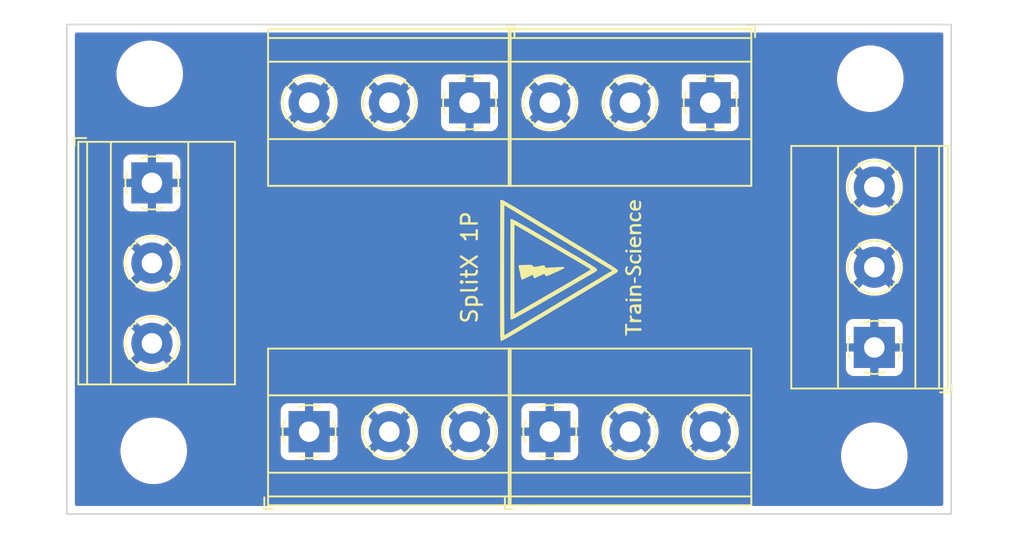
<source format=kicad_pcb>
(kicad_pcb (version 20211014) (generator pcbnew)
  (layers (0 "F.Cu" signal) (31 "B.Cu" signal) (34 "B.Paste" user) (35 "F.Paste" user) (36 "B.SilkS" user "B.Silkscreen") (37 "F.SilkS" user "F.Silkscreen") (38 "B.Mask" user) (39 "F.Mask" user) (44 "Edge.Cuts" user))
  (net 0 "")
  (net 1 "Net-(J1-Pad1)")
  (footprint "TerminalBlock_Phoenix:TerminalBlock_Phoenix_MKDS-1,5-3-5.08_1x03_P5.08mm_Horizontal" (layer "F.Cu") (at 121.383 97.531 -90)
    (fp_text reference "J5" hide)
    (fp_text value "Screw_Terminal_01x03")
    (fp_line (start 4.046 1.239) (end 4.011 1.274) (layer "F.SilkS") (width 0.12))
    (fp_line (start 6.355 -1.069) (end 6.308 -1.023) (layer "F.SilkS") (width 0.12))
    (fp_line (start 12.76 -5.261) (end 12.76 4.66) (layer "F.SilkS") (width 0.12))
    (fp_line (start 9.126 1.239) (end 9.091 1.274) (layer "F.SilkS") (width 0.12))
    (fp_line (start -2.6 2.6) (end 12.76 2.6) (layer "F.SilkS") (width 0.12))
    (fp_line (start -2.6 4.1) (end 12.76 4.1) (layer "F.SilkS") (width 0.12))
    (fp_line (start -2.6 -5.261) (end 12.76 -5.261) (layer "F.SilkS") (width 0.12))
    (fp_line (start -2.84 4.9) (end -2.34 4.9) (layer "F.SilkS") (width 0.12))
    (fp_line (start -2.6 4.66) (end 12.76 4.66) (layer "F.SilkS") (width 0.12))
    (fp_line (start 3.853 1.023) (end 3.806 1.069) (layer "F.SilkS") (width 0.12))
    (fp_line (start -2.6 -5.261) (end -2.6 4.66) (layer "F.SilkS") (width 0.12))
    (fp_line (start -2.84 4.16) (end -2.84 4.9) (layer "F.SilkS") (width 0.12))
    (fp_line (start -2.6 -2.301) (end 12.76 -2.301) (layer "F.SilkS") (width 0.12))
    (fp_line (start 8.933 1.023) (end 8.886 1.069) (layer "F.SilkS") (width 0.12))
    (fp_line (start 6.15 -1.275) (end 6.115 -1.239) (layer "F.SilkS") (width 0.12))
    (fp_line (start 11.23 -1.275) (end 11.195 -1.239) (layer "F.SilkS") (width 0.12))
    (fp_line (start 11.435 -1.069) (end 11.388 -1.023) (layer "F.SilkS") (width 0.12))
    (fp_arc (start 0.028805 1.680253) (mid -0.335551 1.646659) (end -0.684 1.535) (layer "F.SilkS") (width 0.12))
    (fp_arc (start 0.683318 1.534756) (mid 0.349292 1.643288) (end 0 1.68) (layer "F.SilkS") (width 0.12))
    (fp_arc (start -1.535427 0.683042) (mid -1.680501 -0.000524) (end -1.535 -0.684) (layer "F.SilkS") (width 0.12))
    (fp_arc (start 1.535427 -0.683042) (mid 1.680501 0.000524) (end 1.535 0.684) (layer "F.SilkS") (width 0.12))
    (fp_arc (start -0.683042 -1.535427) (mid 0.000524 -1.680501) (end 0.684 -1.535) (layer "F.SilkS") (width 0.12))
    (fp_circle (center 10.16 0) (end 11.84 0) (layer "F.SilkS") (width 0.12) (fill none))
    (fp_circle (center 5.08 0) (end 6.76 0) (layer "F.SilkS") (width 0.12) (fill none))
    (pad "1" thru_hole rect (at 0 0 270) (size 2.6 2.6) (drill 1.3) (layers *.Cu *.Mask) (net 1 "Net-(J1-Pad1)"))
    (pad "2" thru_hole circle (at 5.08 0 270) (size 2.6 2.6) (drill 1.3) (layers *.Cu *.Mask) (net 1 "Net-(J1-Pad1)"))
    (pad "3" thru_hole circle (at 10.16 0 270) (size 2.6 2.6) (drill 1.3) (layers *.Cu *.Mask) (net 1 "Net-(J1-Pad1)"))
  )
  (footprint "TerminalBlock_Phoenix:TerminalBlock_Phoenix_MKDS-1,5-3-5.08_1x03_P5.08mm_Horizontal" (layer "F.Cu") (at 167.132 107.95 90)
    (fp_text reference "J3" hide)
    (fp_text value "Screw_Terminal_01x03")
    (fp_line (start -2.6 -2.301) (end 12.76 -2.301) (layer "F.SilkS") (width 0.12))
    (fp_line (start -2.84 4.9) (end -2.34 4.9) (layer "F.SilkS") (width 0.12))
    (fp_line (start 4.046 1.239) (end 4.011 1.274) (layer "F.SilkS") (width 0.12))
    (fp_line (start 12.76 -5.261) (end 12.76 4.66) (layer "F.SilkS") (width 0.12))
    (fp_line (start -2.6 -5.261) (end -2.6 4.66) (layer "F.SilkS") (width 0.12))
    (fp_line (start -2.6 4.66) (end 12.76 4.66) (layer "F.SilkS") (width 0.12))
    (fp_line (start -2.6 -5.261) (end 12.76 -5.261) (layer "F.SilkS") (width 0.12))
    (fp_line (start 11.23 -1.275) (end 11.195 -1.239) (layer "F.SilkS") (width 0.12))
    (fp_line (start 6.355 -1.069) (end 6.308 -1.023) (layer "F.SilkS") (width 0.12))
    (fp_line (start 8.933 1.023) (end 8.886 1.069) (layer "F.SilkS") (width 0.12))
    (fp_line (start -2.84 4.16) (end -2.84 4.9) (layer "F.SilkS") (width 0.12))
    (fp_line (start 3.853 1.023) (end 3.806 1.069) (layer "F.SilkS") (width 0.12))
    (fp_line (start -2.6 4.1) (end 12.76 4.1) (layer "F.SilkS") (width 0.12))
    (fp_line (start 11.435 -1.069) (end 11.388 -1.023) (layer "F.SilkS") (width 0.12))
    (fp_line (start -2.6 2.6) (end 12.76 2.6) (layer "F.SilkS") (width 0.12))
    (fp_line (start 6.15 -1.275) (end 6.115 -1.239) (layer "F.SilkS") (width 0.12))
    (fp_line (start 9.126 1.239) (end 9.091 1.274) (layer "F.SilkS") (width 0.12))
    (fp_arc (start 0.683318 1.534756) (mid 0.349292 1.643288) (end 0 1.68) (layer "F.SilkS") (width 0.12))
    (fp_arc (start 0.028805 1.680253) (mid -0.335551 1.646659) (end -0.684 1.535) (layer "F.SilkS") (width 0.12))
    (fp_arc (start 1.535427 -0.683042) (mid 1.680501 0.000524) (end 1.535 0.684) (layer "F.SilkS") (width 0.12))
    (fp_arc (start -0.683042 -1.535427) (mid 0.000524 -1.680501) (end 0.684 -1.535) (layer "F.SilkS") (width 0.12))
    (fp_arc (start -1.535427 0.683042) (mid -1.680501 -0.000524) (end -1.535 -0.684) (layer "F.SilkS") (width 0.12))
    (fp_circle (center 10.16 0) (end 11.84 0) (layer "F.SilkS") (width 0.12) (fill none))
    (fp_circle (center 5.08 0) (end 6.76 0) (layer "F.SilkS") (width 0.12) (fill none))
    (pad "1" thru_hole rect (at 0 0 90) (size 2.6 2.6) (drill 1.3) (layers *.Cu *.Mask) (net 1 "Net-(J1-Pad1)"))
    (pad "2" thru_hole circle (at 5.08 0 90) (size 2.6 2.6) (drill 1.3) (layers *.Cu *.Mask) (net 1 "Net-(J1-Pad1)"))
    (pad "3" thru_hole circle (at 10.16 0 90) (size 2.6 2.6) (drill 1.3) (layers *.Cu *.Mask) (net 1 "Net-(J1-Pad1)"))
  )
  (footprint "MountingHole:MountingHole_3.2mm_M3" (layer "F.Cu") (at 166.878 90.932)
    (fp_text reference "REF**" hide)
    (fp_text value "MountingHole_3.2mm_M3")
    (pad "" np_thru_hole circle (at 0 0) (size 3.2 3.2) (drill 3.2) (layers *.Cu *.Mask))
  )
  (footprint "TerminalBlock_Phoenix:TerminalBlock_Phoenix_MKDS-1,5-3-5.08_1x03_P5.08mm_Horizontal" (layer "F.Cu") (at 131.34 113.284)
    (fp_text reference "J6" hide)
    (fp_text value "Screw_Terminal_01x03")
    (fp_line (start -2.6 4.1) (end 12.76 4.1) (layer "F.SilkS") (width 0.12))
    (fp_line (start -2.6 2.6) (end 12.76 2.6) (layer "F.SilkS") (width 0.12))
    (fp_line (start -2.6 -5.261) (end -2.6 4.66) (layer "F.SilkS") (width 0.12))
    (fp_line (start -2.84 4.9) (end -2.34 4.9) (layer "F.SilkS") (width 0.12))
    (fp_line (start 4.046 1.239) (end 4.011 1.274) (layer "F.SilkS") (width 0.12))
    (fp_line (start -2.6 4.66) (end 12.76 4.66) (layer "F.SilkS") (width 0.12))
    (fp_line (start -2.6 -5.261) (end 12.76 -5.261) (layer "F.SilkS") (width 0.12))
    (fp_line (start 9.126 1.239) (end 9.091 1.274) (layer "F.SilkS") (width 0.12))
    (fp_line (start -2.6 -2.301) (end 12.76 -2.301) (layer "F.SilkS") (width 0.12))
    (fp_line (start 6.15 -1.275) (end 6.115 -1.239) (layer "F.SilkS") (width 0.12))
    (fp_line (start -2.84 4.16) (end -2.84 4.9) (layer "F.SilkS") (width 0.12))
    (fp_line (start 3.853 1.023) (end 3.806 1.069) (layer "F.SilkS") (width 0.12))
    (fp_line (start 8.933 1.023) (end 8.886 1.069) (layer "F.SilkS") (width 0.12))
    (fp_line (start 12.76 -5.261) (end 12.76 4.66) (layer "F.SilkS") (width 0.12))
    (fp_line (start 11.435 -1.069) (end 11.388 -1.023) (layer "F.SilkS") (width 0.12))
    (fp_line (start 6.355 -1.069) (end 6.308 -1.023) (layer "F.SilkS") (width 0.12))
    (fp_line (start 11.23 -1.275) (end 11.195 -1.239) (layer "F.SilkS") (width 0.12))
    (fp_arc (start 0.028805 1.680253) (mid -0.335551 1.646659) (end -0.684 1.535) (layer "F.SilkS") (width 0.12))
    (fp_arc (start 0.683318 1.534756) (mid 0.349292 1.643288) (end 0 1.68) (layer "F.SilkS") (width 0.12))
    (fp_arc (start -1.535427 0.683042) (mid -1.680501 -0.000524) (end -1.535 -0.684) (layer "F.SilkS") (width 0.12))
    (fp_arc (start 1.535427 -0.683042) (mid 1.680501 0.000524) (end 1.535 0.684) (layer "F.SilkS") (width 0.12))
    (fp_arc (start -0.683042 -1.535427) (mid 0.000524 -1.680501) (end 0.684 -1.535) (layer "F.SilkS") (width 0.12))
    (fp_circle (center 5.08 0) (end 6.76 0) (layer "F.SilkS") (width 0.12) (fill none))
    (fp_circle (center 10.16 0) (end 11.84 0) (layer "F.SilkS") (width 0.12) (fill none))
    (pad "1" thru_hole rect (at 0 0) (size 2.6 2.6) (drill 1.3) (layers *.Cu *.Mask) (net 1 "Net-(J1-Pad1)"))
    (pad "2" thru_hole circle (at 5.08 0) (size 2.6 2.6) (drill 1.3) (layers *.Cu *.Mask) (net 1 "Net-(J1-Pad1)"))
    (pad "3" thru_hole circle (at 10.16 0) (size 2.6 2.6) (drill 1.3) (layers *.Cu *.Mask) (net 1 "Net-(J1-Pad1)"))
  )
  (footprint "MountingHole:MountingHole_3.2mm_M3" (layer "F.Cu") (at 121.246 90.624)
    (fp_text reference "REF**" hide)
    (fp_text value "MountingHole_3.2mm_M3")
    (pad "" np_thru_hole circle (at 0 0) (size 3.2 3.2) (drill 3.2) (layers *.Cu *.Mask))
  )
  (footprint "TerminalBlock_Phoenix:TerminalBlock_Phoenix_MKDS-1,5-3-5.08_1x03_P5.08mm_Horizontal" (layer "F.Cu") (at 146.58 113.284)
    (fp_text reference "J4" hide)
    (fp_text value "Screw_Terminal_01x03")
    (fp_line (start 4.046 1.239) (end 4.011 1.274) (layer "F.SilkS") (width 0.12))
    (fp_line (start 9.126 1.239) (end 9.091 1.274) (layer "F.SilkS") (width 0.12))
    (fp_line (start -2.84 4.16) (end -2.84 4.9) (layer "F.SilkS") (width 0.12))
    (fp_line (start 11.23 -1.275) (end 11.195 -1.239) (layer "F.SilkS") (width 0.12))
    (fp_line (start 6.15 -1.275) (end 6.115 -1.239) (layer "F.SilkS") (width 0.12))
    (fp_line (start 6.355 -1.069) (end 6.308 -1.023) (layer "F.SilkS") (width 0.12))
    (fp_line (start -2.6 2.6) (end 12.76 2.6) (layer "F.SilkS") (width 0.12))
    (fp_line (start 11.435 -1.069) (end 11.388 -1.023) (layer "F.SilkS") (width 0.12))
    (fp_line (start 8.933 1.023) (end 8.886 1.069) (layer "F.SilkS") (width 0.12))
    (fp_line (start 3.853 1.023) (end 3.806 1.069) (layer "F.SilkS") (width 0.12))
    (fp_line (start -2.6 -2.301) (end 12.76 -2.301) (layer "F.SilkS") (width 0.12))
    (fp_line (start -2.6 4.1) (end 12.76 4.1) (layer "F.SilkS") (width 0.12))
    (fp_line (start 12.76 -5.261) (end 12.76 4.66) (layer "F.SilkS") (width 0.12))
    (fp_line (start -2.6 4.66) (end 12.76 4.66) (layer "F.SilkS") (width 0.12))
    (fp_line (start -2.84 4.9) (end -2.34 4.9) (layer "F.SilkS") (width 0.12))
    (fp_line (start -2.6 -5.261) (end 12.76 -5.261) (layer "F.SilkS") (width 0.12))
    (fp_line (start -2.6 -5.261) (end -2.6 4.66) (layer "F.SilkS") (width 0.12))
    (fp_arc (start 1.535427 -0.683042) (mid 1.680501 0.000524) (end 1.535 0.684) (layer "F.SilkS") (width 0.12))
    (fp_arc (start -0.683042 -1.535427) (mid 0.000524 -1.680501) (end 0.684 -1.535) (layer "F.SilkS") (width 0.12))
    (fp_arc (start 0.028805 1.680253) (mid -0.335551 1.646659) (end -0.684 1.535) (layer "F.SilkS") (width 0.12))
    (fp_arc (start -1.535427 0.683042) (mid -1.680501 -0.000524) (end -1.535 -0.684) (layer "F.SilkS") (width 0.12))
    (fp_arc (start 0.683318 1.534756) (mid 0.349292 1.643288) (end 0 1.68) (layer "F.SilkS") (width 0.12))
    (fp_circle (center 10.16 0) (end 11.84 0) (layer "F.SilkS") (width 0.12) (fill none))
    (fp_circle (center 5.08 0) (end 6.76 0) (layer "F.SilkS") (width 0.12) (fill none))
    (pad "1" thru_hole rect (at 0 0) (size 2.6 2.6) (drill 1.3) (layers *.Cu *.Mask) (net 1 "Net-(J1-Pad1)"))
    (pad "2" thru_hole circle (at 5.08 0) (size 2.6 2.6) (drill 1.3) (layers *.Cu *.Mask) (net 1 "Net-(J1-Pad1)"))
    (pad "3" thru_hole circle (at 10.16 0) (size 2.6 2.6) (drill 1.3) (layers *.Cu *.Mask) (net 1 "Net-(J1-Pad1)"))
  )
  (footprint "MountingHole:MountingHole_3.2mm_M3" (layer "F.Cu") (at 121.5 114.5)
    (fp_text reference "REF**" hide)
    (fp_text value "MountingHole_3.2mm_M3")
    (pad "" np_thru_hole circle (at 0 0) (size 3.2 3.2) (drill 3.2) (layers *.Cu *.Mask))
  )
  (footprint "TerminalBlock_Phoenix:TerminalBlock_Phoenix_MKDS-1,5-3-5.08_1x03_P5.08mm_Horizontal" (layer "F.Cu") (at 156.74 92.456 180)
    (fp_text reference "J1" hide)
    (fp_text value "Screw_Terminal_01x03")
    (fp_line (start 4.046 1.239) (end 4.011 1.274) (layer "F.SilkS") (width 0.12))
    (fp_line (start 8.933 1.023) (end 8.886 1.069) (layer "F.SilkS") (width 0.12))
    (fp_line (start 11.23 -1.275) (end 11.195 -1.239) (layer "F.SilkS") (width 0.12))
    (fp_line (start 3.853 1.023) (end 3.806 1.069) (layer "F.SilkS") (width 0.12))
    (fp_line (start 6.15 -1.275) (end 6.115 -1.239) (layer "F.SilkS") (width 0.12))
    (fp_line (start -2.84 4.16) (end -2.84 4.9) (layer "F.SilkS") (width 0.12))
    (fp_line (start -2.6 4.1) (end 12.76 4.1) (layer "F.SilkS") (width 0.12))
    (fp_line (start 6.355 -1.069) (end 6.308 -1.023) (layer "F.SilkS") (width 0.12))
    (fp_line (start -2.6 4.66) (end 12.76 4.66) (layer "F.SilkS") (width 0.12))
    (fp_line (start 12.76 -5.261) (end 12.76 4.66) (layer "F.SilkS") (width 0.12))
    (fp_line (start 11.435 -1.069) (end 11.388 -1.023) (layer "F.SilkS") (width 0.12))
    (fp_line (start -2.84 4.9) (end -2.34 4.9) (layer "F.SilkS") (width 0.12))
    (fp_line (start -2.6 -2.301) (end 12.76 -2.301) (layer "F.SilkS") (width 0.12))
    (fp_line (start -2.6 -5.261) (end -2.6 4.66) (layer "F.SilkS") (width 0.12))
    (fp_line (start -2.6 2.6) (end 12.76 2.6) (layer "F.SilkS") (width 0.12))
    (fp_line (start -2.6 -5.261) (end 12.76 -5.261) (layer "F.SilkS") (width 0.12))
    (fp_line (start 9.126 1.239) (end 9.091 1.274) (layer "F.SilkS") (width 0.12))
    (fp_arc (start 1.535427 -0.683042) (mid 1.680501 0.000524) (end 1.535 0.684) (layer "F.SilkS") (width 0.12))
    (fp_arc (start 0.683318 1.534756) (mid 0.349292 1.643288) (end 0 1.68) (layer "F.SilkS") (width 0.12))
    (fp_arc (start 0.028805 1.680253) (mid -0.335551 1.646659) (end -0.684 1.535) (layer "F.SilkS") (width 0.12))
    (fp_arc (start -0.683042 -1.535427) (mid 0.000524 -1.680501) (end 0.684 -1.535) (layer "F.SilkS") (width 0.12))
    (fp_arc (start -1.535427 0.683042) (mid -1.680501 -0.000524) (end -1.535 -0.684) (layer "F.SilkS") (width 0.12))
    (fp_circle (center 10.16 0) (end 11.84 0) (layer "F.SilkS") (width 0.12) (fill none))
    (fp_circle (center 5.08 0) (end 6.76 0) (layer "F.SilkS") (width 0.12) (fill none))
    (pad "1" thru_hole rect (at 0 0 180) (size 2.6 2.6) (drill 1.3) (layers *.Cu *.Mask) (net 1 "Net-(J1-Pad1)"))
    (pad "2" thru_hole circle (at 5.08 0 180) (size 2.6 2.6) (drill 1.3) (layers *.Cu *.Mask) (net 1 "Net-(J1-Pad1)"))
    (pad "3" thru_hole circle (at 10.16 0 180) (size 2.6 2.6) (drill 1.3) (layers *.Cu *.Mask) (net 1 "Net-(J1-Pad1)"))
  )
  (footprint "TerminalBlock_Phoenix:TerminalBlock_Phoenix_MKDS-1,5-3-5.08_1x03_P5.08mm_Horizontal" (layer "F.Cu") (at 141.5 92.456 180)
    (fp_text reference "J2" hide)
    (fp_text value "Screw_Terminal_01x03")
    (fp_line (start 6.15 -1.275) (end 6.115 -1.239) (layer "F.SilkS") (width 0.12))
    (fp_line (start -2.6 -5.261) (end 12.76 -5.261) (layer "F.SilkS") (width 0.12))
    (fp_line (start -2.84 4.9) (end -2.34 4.9) (layer "F.SilkS") (width 0.12))
    (fp_line (start 11.23 -1.275) (end 11.195 -1.239) (layer "F.SilkS") (width 0.12))
    (fp_line (start 11.435 -1.069) (end 11.388 -1.023) (layer "F.SilkS") (width 0.12))
    (fp_line (start -2.6 -2.301) (end 12.76 -2.301) (layer "F.SilkS") (width 0.12))
    (fp_line (start 12.76 -5.261) (end 12.76 4.66) (layer "F.SilkS") (width 0.12))
    (fp_line (start -2.6 -5.261) (end -2.6 4.66) (layer "F.SilkS") (width 0.12))
    (fp_line (start 3.853 1.023) (end 3.806 1.069) (layer "F.SilkS") (width 0.12))
    (fp_line (start -2.6 2.6) (end 12.76 2.6) (layer "F.SilkS") (width 0.12))
    (fp_line (start 6.355 -1.069) (end 6.308 -1.023) (layer "F.SilkS") (width 0.12))
    (fp_line (start -2.6 4.66) (end 12.76 4.66) (layer "F.SilkS") (width 0.12))
    (fp_line (start 4.046 1.239) (end 4.011 1.274) (layer "F.SilkS") (width 0.12))
    (fp_line (start 9.126 1.239) (end 9.091 1.274) (layer "F.SilkS") (width 0.12))
    (fp_line (start -2.6 4.1) (end 12.76 4.1) (layer "F.SilkS") (width 0.12))
    (fp_line (start 8.933 1.023) (end 8.886 1.069) (layer "F.SilkS") (width 0.12))
    (fp_line (start -2.84 4.16) (end -2.84 4.9) (layer "F.SilkS") (width 0.12))
    (fp_arc (start 0.028805 1.680253) (mid -0.335551 1.646659) (end -0.684 1.535) (layer "F.SilkS") (width 0.12))
    (fp_arc (start 1.535427 -0.683042) (mid 1.680501 0.000524) (end 1.535 0.684) (layer "F.SilkS") (width 0.12))
    (fp_arc (start -0.683042 -1.535427) (mid 0.000524 -1.680501) (end 0.684 -1.535) (layer "F.SilkS") (width 0.12))
    (fp_arc (start 0.683318 1.534756) (mid 0.349292 1.643288) (end 0 1.68) (layer "F.SilkS") (width 0.12))
    (fp_arc (start -1.535427 0.683042) (mid -1.680501 -0.000524) (end -1.535 -0.684) (layer "F.SilkS") (width 0.12))
    (fp_circle (center 10.16 0) (end 11.84 0) (layer "F.SilkS") (width 0.12) (fill none))
    (fp_circle (center 5.08 0) (end 6.76 0) (layer "F.SilkS") (width 0.12) (fill none))
    (pad "1" thru_hole rect (at 0 0 180) (size 2.6 2.6) (drill 1.3) (layers *.Cu *.Mask) (net 1 "Net-(J1-Pad1)"))
    (pad "2" thru_hole circle (at 5.08 0 180) (size 2.6 2.6) (drill 1.3) (layers *.Cu *.Mask) (net 1 "Net-(J1-Pad1)"))
    (pad "3" thru_hole circle (at 10.16 0 180) (size 2.6 2.6) (drill 1.3) (layers *.Cu *.Mask) (net 1 "Net-(J1-Pad1)"))
  )
  (footprint "MountingHole:MountingHole_3.2mm_M3" (layer "F.Cu") (at 167.132 114.808)
    (fp_text reference "REF**" hide)
    (fp_text value "MountingHole_3.2mm_M3")
    (pad "" np_thru_hole circle (at 0 0) (size 3.2 3.2) (drill 3.2) (layers *.Cu *.Mask))
  )
  (footprint "custom_kicad_lib_sk:Train-Science logo small" (layer "F.Cu") (at 148 103 90)
    (fp_text reference "G***" hide)
    (fp_text value "LOGO" hide)
    (fp_poly (pts (xy 3.456146 3.654371) (xy 3.543105 3.697368) (xy 3.592791 3.756548) (xy 3.594178 3.814197) (xy 3.572895 3.852981) (xy 3.542199 3.843557) (xy 3.513841 3.819211) (xy 3.424501 3.7745) (xy 3.322943 3.773442) (xy 3.238538 3.81626) (xy 3.237661 3.817129) (xy 3.201357 3.890078) (xy 3.187495 3.994878) (xy 3.196074 4.103032) (xy 3.227095 4.186043) (xy 3.237661 4.198841) (xy 3.321639 4.242246) (xy 3.423161 4.241772) (xy 3.512857 4.197642) (xy 3.513841 4.196759) (xy 3.559116 4.162129) (xy 3.582547 4.174932) (xy 3.594178 4.201773) (xy 3.589623 4.267108) (xy 3.534669 4.324764) (xy 3.443265 4.364981) (xy 3.341993 4.3782) (xy 3.23693 4.364144) (xy 3.150524 4.312169) (xy 3.116435 4.280323) (xy 3.06227 4.220957) (xy 3.03476 4.166703) (xy 3.027277 4.094215) (xy 3.032787 3.985733) (xy 3.063239 3.823108) (xy 3.128926 3.713042) (xy 3.232557 3.652527) (xy 3.346264 3.637769)) (layer "F.SilkS") (width 0) (fill solid))
    (fp_poly (pts (xy -1.867174 4.3782) (xy -2.028137 4.3782) (xy -2.028137 3.637769) (xy -1.867174 3.637769)) (layer "F.SilkS") (width 0) (fill solid))
    (fp_poly (pts (xy 2.715567 3.652213) (xy 2.788671 3.700519) (xy 2.835175 3.79015) (xy 2.859236 3.928568) (xy 2.865146 4.092808) (xy 2.86448 4.228722) (xy 2.860137 4.312734) (xy 2.848595 4.357328) (xy 2.826334 4.374987) (xy 2.789834 4.378194) (xy 2.784664 4.3782) (xy 2.744587 4.375415) (xy 2.72067 4.358257) (xy 2.708742 4.313522) (xy 2.704637 4.228007) (xy 2.704183 4.123292) (xy 2.70181 3.995739) (xy 2.69553 3.889366) (xy 2.686599 3.82384) (xy 2.684642 3.817462) (xy 2.638586 3.775444) (xy 2.56069 3.771399) (xy 2.471162 3.805399) (xy 2.453804 3.816654) (xy 2.417528 3.84892) (xy 2.396019 3.893461) (xy 2.385541 3.966262) (xy 2.382352 4.083304) (xy 2.382256 4.122485) (xy 2.381383 4.249664) (xy 2.375999 4.325642) (xy 2.361955 4.363601) (xy 2.335101 4.376724) (xy 2.301774 4.3782) (xy 2.221293 4.3782) (xy 2.221293 4.007985) (xy 2.22168 3.849262) (xy 2.224378 3.743962) (xy 2.231689 3.681124) (xy 2.245918 3.649787) (xy 2.269368 3.638988) (xy 2.299092 3.637769) (xy 2.364561 3.652507) (xy 2.391646 3.67801) (xy 2.413142 3.702107) (xy 2.449056 3.67801) (xy 2.508105 3.651219) (xy 2.597263 3.63805) (xy 2.611707 3.637769)) (layer "F.SilkS") (width 0) (fill solid))
    (fp_poly (pts (xy 0.250482 -3.398018) (xy 0.258312 -3.360431) (xy 0.266207 -3.271171) (xy 0.273323 -3.142944) (xy 0.278815 -2.988455) (xy 0.279494 -2.961822) (xy 0.283147 -2.79102) (xy 0.28333 -2.672993) (xy 0.27842 -2.596159) (xy 0.266793 -2.548934) (xy 0.246824 -2.519735) (xy 0.216889 -2.496979) (xy 0.214047 -2.495112) (xy 0.177374 -2.463714) (xy 0.157846 -2.420729) (xy 0.155167 -2.353836) (xy 0.169042 -2.250716) (xy 0.199173 -2.099046) (xy 0.20399 -2.076426) (xy 0.234196 -1.927607) (xy 0.248081 -1.829473) (xy 0.244797 -1.770209) (xy 0.223496 -1.738003) (xy 0.183328 -1.721039) (xy 0.178383 -1.719762) (xy 0.093995 -1.698582) (xy 0.113104 -1.340229) (xy 0.122361 -1.168329) (xy 0.13182 -0.9955) (xy 0.140114 -0.846597) (xy 0.144094 -0.776804) (xy 0.147732 -0.616402) (xy 0.136399 -0.518612) (xy 0.110043 -0.48341) (xy 0.068612 -0.510774) (xy 0.012053 -0.600683) (xy -0.036281 -0.70019) (xy -0.094889 -0.829583) (xy -0.151819 -0.955614) (xy -0.192615 -1.046261) (xy -0.235959 -1.142058) (xy -0.293724 -1.268625) (xy -0.352412 -1.396402) (xy -0.410483 -1.535855) (xy -0.432862 -1.630868) (xy -0.419591 -1.690556) (xy -0.370712 -1.724039) (xy -0.353957 -1.729118) (xy -0.302087 -1.746117) (xy -0.289734 -1.754248) (xy -0.301976 -1.787815) (xy -0.333966 -1.863803) (xy -0.378601 -1.966115) (xy -0.428778 -2.078653) (xy -0.477393 -2.185319) (xy -0.517132 -2.269582) (xy -0.553917 -2.350924) (xy -0.561542 -2.396199) (xy -0.540994 -2.426228) (xy -0.525165 -2.438593) (xy -0.452176 -2.472508) (xy -0.412351 -2.478834) (xy -0.36338 -2.484926) (xy -0.354119 -2.492061) (xy -0.366789 -2.526986) (xy -0.400137 -2.60474) (xy -0.447168 -2.710013) (xy -0.500888 -2.827498) (xy -0.554304 -2.941887) (xy -0.600421 -3.037873) (xy -0.630486 -3.096942) (xy -0.659596 -3.160107) (xy -0.65177 -3.193594) (xy -0.620583 -3.213855) (xy -0.53333 -3.246777) (xy -0.395236 -3.27925) (xy -0.273637 -3.301207) (xy -0.190498 -3.31751) (xy -0.07335 -3.34338) (xy 0.027233 -3.367139) (xy 0.134416 -3.389945) (xy 0.215087 -3.40089)) (layer "F.SilkS") (width 0) (fill solid))
    (fp_poly (pts (xy 1.874086 3.665419) (xy 1.97554 3.737669) (xy 2.042702 3.838471) (xy 2.06033 3.925027) (xy 2.06033 4.024081) (xy 1.802788 4.024081) (xy 1.674253 4.025517) (xy 1.597198 4.031892) (xy 1.558746 4.046313) (xy 1.54602 4.071882) (xy 1.545247 4.086167) (xy 1.568914 4.17496) (xy 1.641552 4.227168) (xy 1.76562 4.244072) (xy 1.841189 4.240295) (xy 1.949653 4.233706) (xy 2.007504 4.2403) (xy 2.027535 4.262067) (xy 2.028137 4.269376) (xy 1.999657 4.321331) (xy 1.925454 4.357024) (xy 1.822384 4.375338) (xy 1.707304 4.375154) (xy 1.597069 4.355354) (xy 1.508536 4.31482) (xy 1.495586 4.304705) (xy 1.430456 4.223779) (xy 1.397139 4.110586) (xy 1.393087 4.07989) (xy 1.397067 3.908) (xy 1.412373 3.869557) (xy 1.545247 3.869557) (xy 1.574363 3.883662) (xy 1.649466 3.893017) (xy 1.722307 3.895311) (xy 1.819283 3.891076) (xy 1.883595 3.880152) (xy 1.899366 3.869557) (xy 1.87055 3.814477) (xy 1.797044 3.776712) (xy 1.722307 3.76654) (xy 1.627639 3.783306) (xy 1.562731 3.826073) (xy 1.545247 3.869557) (xy 1.412373 3.869557) (xy 1.449928 3.775233) (xy 1.548716 3.685192) (xy 1.690478 3.641482) (xy 1.755377 3.637769)) (layer "F.SilkS") (width 0) (fill solid))
    (fp_poly (pts (xy -1.179743 3.652213) (xy -1.106639 3.700519) (xy -1.060135 3.79015) (xy -1.036075 3.928568) (xy -1.030165 4.092808) (xy -1.03083 4.228722) (xy -1.035174 4.312734) (xy -1.046716 4.357328) (xy -1.068976 4.374987) (xy -1.105476 4.378194) (xy -1.110646 4.3782) (xy -1.150723 4.375415) (xy -1.174641 4.358257) (xy -1.186568 4.313522) (xy -1.190674 4.228007) (xy -1.191128 4.123292) (xy -1.193501 3.995739) (xy -1.199781 3.889366) (xy -1.208712 3.82384) (xy -1.210669 3.817462) (xy -1.256725 3.775444) (xy -1.33462 3.771399) (xy -1.424149 3.805399) (xy -1.441506 3.816654) (xy -1.477783 3.84892) (xy -1.499291 3.893461) (xy -1.50977 3.966262) (xy -1.512958 4.083304) (xy -1.513054 4.122485) (xy -1.513927 4.249664) (xy -1.519311 4.325642) (xy -1.533355 4.363601) (xy -1.560209 4.376724) (xy -1.593536 4.3782) (xy -1.674018 4.3782) (xy -1.674018 4.007985) (xy -1.67363 3.849262) (xy -1.670933 3.743962) (xy -1.663621 3.681124) (xy -1.649392 3.649787) (xy -1.625943 3.638988) (xy -1.596219 3.637769) (xy -1.53075 3.652507) (xy -1.503665 3.67801) (xy -1.482168 3.702107) (xy -1.446255 3.67801) (xy -1.387205 3.651219) (xy -1.298048 3.63805) (xy -1.283604 3.637769)) (layer "F.SilkS") (width 0) (fill solid))
    (fp_poly (pts (xy -3.669632 3.34866) (xy -3.559722 3.351709) (xy -3.492918 3.358945) (xy -3.458582 3.372129) (xy -3.446076 3.393024) (xy -3.444613 3.412421) (xy -3.454092 3.452657) (xy -3.493451 3.471683) (xy -3.579073 3.476782) (xy -3.58948 3.476806) (xy -3.734347 3.476806) (xy -3.734347 4.3782) (xy -3.89531 4.3782) (xy -3.89531 3.480334) (xy -4.047936 3.470522) (xy -4.148526 3.457408) (xy -4.198923 3.431105) (xy -4.21126 3.404373) (xy -4.210399 3.380588) (xy -4.190335 3.364589) (xy -4.140901 3.354863) (xy -4.051928 3.349892) (xy -3.91325 3.348161) (xy -3.833286 3.348036)) (layer "F.SilkS") (width 0) (fill solid))
    (fp_poly (pts (xy -0.612737 3.9006) (xy -0.533283 3.922266) (xy -0.490713 3.961014) (xy -0.488845 3.967744) (xy -0.490951 3.998166) (xy -0.520453 4.01526) (xy -0.590351 4.022672) (xy -0.689781 4.024081) (xy -0.808268 4.020841) (xy -0.874379 4.009353) (xy -0.899883 3.986965) (xy -0.901394 3.976406) (xy -0.873403 3.933919) (xy -0.802697 3.906845) (xy -0.709175 3.895599)) (layer "F.SilkS") (width 0) (fill solid))
    (fp_poly (pts (xy -2.40532 3.645768) (xy -2.326525 3.67613) (xy -2.275297 3.738404) (xy -2.245189 3.842138) (xy -2.22975 3.996881) (xy -2.226439 4.069661) (xy -2.215488 4.366149) (xy -2.45432 4.371021) (xy -2.611055 4.367821) (xy -2.715337 4.349617) (xy -2.763052 4.326932) (xy -2.817997 4.253657) (xy -2.8318 4.157537) (xy -2.826579 4.141434) (xy -2.663371 4.141434) (xy -2.661178 4.198977) (xy -2.617211 4.235887) (xy -2.541587 4.248708) (xy -2.462907 4.236034) (xy -2.420887 4.210799) (xy -2.387663 4.147033) (xy -2.382256 4.110009) (xy -2.391113 4.070273) (xy -2.429399 4.05887) (xy -2.5002 4.066989) (xy -2.611613 4.096669) (xy -2.663371 4.141434) (xy -2.826579 4.141434) (xy -2.80241 4.066887) (xy -2.783578 4.04369) (xy -2.714915 4.000608) (xy -2.611053 3.960717) (xy -2.500848 3.933723) (xy -2.438593 3.927683) (xy -2.39073 3.905832) (xy -2.389171 3.848663) (xy -2.411779 3.801951) (xy -2.44845 3.775964) (xy -2.522247 3.768689) (xy -2.620538 3.77548) (xy -2.726931 3.782973) (xy -2.782746 3.776184) (xy -2.800575 3.753278) (xy -2.80076 3.74925) (xy -2.770723 3.693209) (xy -2.685633 3.655257) (xy -2.553023 3.638364) (xy -2.518132 3.637769)) (layer "F.SilkS") (width 0) (fill solid))
    (fp_poly (pts (xy 1.223321 4.3782) (xy 1.062357 4.3782) (xy 1.062357 3.637769) (xy 1.223321 3.637769)) (layer "F.SilkS") (width 0) (fill solid))
    (fp_poly (pts (xy 0.784156 3.654371) (xy 0.871115 3.697368) (xy 0.920801 3.756548) (xy 0.922188 3.814197) (xy 0.900905 3.852981) (xy 0.870209 3.843557) (xy 0.841851 3.819211) (xy 0.752511 3.7745) (xy 0.650954 3.773442) (xy 0.566548 3.81626) (xy 0.565671 3.817129) (xy 0.529974 3.888454) (xy 0.515171 3.998249) (xy 0.515082 4.007985) (xy 0.527932 4.119813) (xy 0.562192 4.195116) (xy 0.565671 4.198841) (xy 0.649649 4.242246) (xy 0.751171 4.241772) (xy 0.840868 4.197642) (xy 0.841851 4.196759) (xy 0.887126 4.162129) (xy 0.910558 4.174932) (xy 0.922188 4.201773) (xy 0.917633 4.267108) (xy 0.862679 4.324764) (xy 0.771275 4.364981) (xy 0.670003 4.3782) (xy 0.56494 4.364144) (xy 0.478534 4.312169) (xy 0.444446 4.280323) (xy 0.39028 4.220957) (xy 0.36277 4.166703) (xy 0.355287 4.094215) (xy 0.360798 3.985733) (xy 0.391249 3.823108) (xy 0.456936 3.713042) (xy 0.560567 3.652527) (xy 0.674274 3.637769)) (layer "F.SilkS") (width 0) (fill solid))
    (fp_poly (pts (xy 0.08045 3.363771) (xy 0.163476 3.40824) (xy 0.193154 3.477335) (xy 0.193156 3.477939) (xy 0.170182 3.528914) (xy 0.121334 3.539789) (xy 0.080482 3.508999) (xy 0.032611 3.483439) (xy -0.047363 3.477888) (xy -0.130866 3.490818) (xy -0.189325 3.520703) (xy -0.191874 3.52355) (xy -0.21804 3.596183) (xy -0.180966 3.673245) (xy -0.081544 3.753443) (xy -0.004028 3.796699) (xy 0.136108 3.882305) (xy 0.216714 3.971193) (xy 0.24249 4.071135) (xy 0.223825 4.173564) (xy 0.164082 4.275535) (xy 0.095495 4.330471) (xy -0.018443 4.366535) (xy -0.150995 4.376193) (xy -0.274362 4.359597) (xy -0.346956 4.328086) (xy -0.40363 4.272052) (xy -0.419312 4.22251) (xy -0.394108 4.195068) (xy -0.346071 4.199064) (xy -0.197064 4.233359) (xy -0.075009 4.242002) (xy 0.005829 4.224264) (xy 0.015788 4.217493) (xy 0.061853 4.14537) (xy 0.055341 4.062595) (xy 0.002818 3.983964) (xy -0.089151 3.924271) (xy -0.119083 3.913566) (xy -0.188092 3.877866) (xy -0.269912 3.816568) (xy -0.288095 3.800264) (xy -0.365715 3.694707) (xy -0.385703 3.587357) (xy -0.353625 3.488715) (xy -0.27505 3.409279) (xy -0.155545 3.359551) (xy -0.048289 3.348036)) (layer "F.SilkS") (width 0) (fill solid))
    (fp_poly (pts (xy 4.191957 3.665419) (xy 4.293411 3.737669) (xy 4.360573 3.838471) (xy 4.3782 3.925027) (xy 4.3782 4.024081) (xy 4.120659 4.024081) (xy 3.992123 4.025517) (xy 3.915069 4.031892) (xy 3.876617 4.046313) (xy 3.86389 4.071882) (xy 3.863118 4.086167) (xy 3.886785 4.17496) (xy 3.959423 4.227168) (xy 4.083491 4.244072) (xy 4.15906 4.240295) (xy 4.267524 4.233706) (xy 4.325375 4.2403) (xy 4.345405 4.262067) (xy 4.346008 4.269376) (xy 4.317527 4.321331) (xy 4.243324 4.357024) (xy 4.140255 4.375338) (xy 4.025174 4.375154) (xy 3.91494 4.355354) (xy 3.826407 4.31482) (xy 3.813457 4.304705) (xy 3.748327 4.223779) (xy 3.71501 4.110586) (xy 3.710957 4.07989) (xy 3.714938 3.908) (xy 3.730244 3.869557) (xy 3.863118 3.869557) (xy 3.892233 3.883662) (xy 3.967337 3.893017) (xy 4.040178 3.895311) (xy 4.137154 3.891076) (xy 4.201466 3.880152) (xy 4.217237 3.869557) (xy 4.188421 3.814477) (xy 4.114915 3.776712) (xy 4.040178 3.76654) (xy 3.945509 3.783306) (xy 3.880602 3.826073) (xy 3.863118 3.869557) (xy 3.730244 3.869557) (xy 3.767799 3.775233) (xy 3.866587 3.685192) (xy 4.008349 3.641482) (xy 4.073248 3.637769)) (layer "F.SilkS") (width 0) (fill solid))
    (fp_poly (pts (xy 3.179239 -3.830925) (xy 3.169077 -3.796052) (xy 3.134748 -3.721875) (xy 3.075339 -3.60678) (xy 2.989941 -3.449155) (xy 2.877641 -3.24739) (xy 2.737526 -2.999872) (xy 2.568687 -2.704989) (xy 2.370211 -2.361128) (xy 2.141187 -1.966679) (xy 1.880703 -1.52003) (xy 1.631778 -1.09455) (xy 1.368647 -0.645596) (xy 1.135907 -0.249143) (xy 0.93161 0.097982) (xy 0.753807 0.398953) (xy 0.60055 0.656942) (xy 0.469891 0.875124) (xy 0.359881 1.05667) (xy 0.268572 1.204755) (xy 0.194014 1.322552) (xy 0.134261 1.413233) (xy 0.087362 1.479973) (xy 0.051371 1.525943) (xy 0.024337 1.554318) (xy 0.004314 1.568271) (xy -0.004969 1.571019) (xy -0.078828 1.563333) (xy -0.118283 1.538827) (xy -0.138767 1.505458) (xy -0.189191 1.420294) (xy -0.267262 1.287274) (xy -0.370688 1.110339) (xy -0.497173 0.893428) (xy -0.644426 0.640482) (xy -0.810153 0.355441) (xy -0.99206 0.042244) (xy -1.187855 -0.295169) (xy -1.395243 -0.652857) (xy -1.611932 -1.02688) (xy -1.660439 -1.110646) (xy -1.943382 -1.600038) (xy -2.194371 -2.035755) (xy -2.414343 -2.419476) (xy -2.604234 -2.752877) (xy -2.764981 -3.037634) (xy -2.89752 -3.275425) (xy -3.002787 -3.467927) (xy -3.081719 -3.616816) (xy -3.100264 -3.653866) (xy -2.831057 -3.653866) (xy -1.427803 -1.229825) (xy -1.217976 -0.867944) (xy -1.017222 -0.522838) (xy -0.827885 -0.198474) (xy -0.652308 0.101185) (xy -0.492836 0.372174) (xy -0.351814 0.61053) (xy -0.231586 0.812287) (xy -0.134496 0.973481) (xy -0.062889 1.090149) (xy -0.019109 1.158326) (xy -0.005551 1.175218) (xy 0.013203 1.145197) (xy 0.062076 1.063637) (xy 0.138687 0.934577) (xy 0.240658 0.762061) (xy 0.365609 0.55013) (xy 0.511161 0.302826) (xy 0.674935 0.02419) (xy 0.854552 -0.281735) (xy 1.047632 -0.610908) (xy 1.251797 -0.959287) (xy 1.421346 -1.248823) (xy 2.829247 -3.653866) (xy 1.414623 -3.662249) (xy 1.04211 -3.663984) (xy 0.624153 -3.665121) (xy 0.179691 -3.665659) (xy -0.272337 -3.665598) (xy -0.712992 -3.664938) (xy -1.123334 -3.663678) (xy -1.415529 -3.662249) (xy -2.831057 -3.653866) (xy -3.100264 -3.653866) (xy -3.135253 -3.723769) (xy -3.164325 -3.790463) (xy -3.17064 -3.814829) (xy -3.170976 -3.911407) (xy 3.170976 -3.911407)) (layer "F.SilkS") (width 0) (fill solid))
    (fp_poly (pts (xy 1.211443 3.365565) (xy 1.235424 3.397528) (xy 1.241537 3.467248) (xy 1.192998 3.5033) (xy 1.1387 3.508999) (xy 1.079454 3.497959) (xy 1.066286 3.453786) (xy 1.068167 3.436565) (xy 1.099438 3.378361) (xy 1.155683 3.352714)) (layer "F.SilkS") (width 0) (fill solid))
    (fp_poly (pts (xy -1.879051 3.365565) (xy -1.85507 3.397528) (xy -1.848957 3.467248) (xy -1.897497 3.5033) (xy -1.951794 3.508999) (xy -2.01104 3.497959) (xy -2.024208 3.453786) (xy -2.022328 3.436565) (xy -1.991057 3.378361) (xy -1.934811 3.352714)) (layer "F.SilkS") (width 0) (fill solid))
    (fp_poly (pts (xy -3.20706 3.649174) (xy -3.187072 3.671095) (xy -3.167366 3.687977) (xy -3.124803 3.671095) (xy -3.032476 3.639196) (xy -2.952967 3.641074) (xy -2.904379 3.674259) (xy -2.897338 3.702155) (xy -2.912873 3.749633) (xy -2.970283 3.766013) (xy -2.992091 3.76654) (xy -3.08017 3.784752) (xy -3.139695 3.843818) (xy -3.1741 3.950385) (xy -3.18682 4.1111) (xy -3.187072 4.143919) (xy -3.188151 4.264488) (xy -3.194538 4.33444) (xy -3.210963 4.367539) (xy -3.242154 4.377549) (xy -3.267554 4.3782) (xy -3.348035 4.3782) (xy -3.348035 3.637769) (xy -3.267554 3.637769)) (layer "F.SilkS") (width 0) (fill solid))
    (fp_poly (pts (xy -2.177236 -4.566716) (xy -1.724771 -4.566214) (xy -1.217326 -4.565463) (xy -0.651718 -4.564501) (xy -0.055144 -4.563421) (xy 4.394297 -4.55526) (xy 4.402412 -4.474778) (xy 4.392766 -4.444092) (xy 4.360546 -4.377472) (xy 4.304831 -4.273357) (xy 4.224701 -4.130187) (xy 4.119236 -3.9464) (xy 3.987517 -3.720436) (xy 3.828623 -3.450735) (xy 3.641634 -3.135735) (xy 3.425631 -2.773875) (xy 3.179692 -2.363596) (xy 2.902899 -1.903335) (xy 2.594331 -1.391532) (xy 2.253068 -0.826627) (xy 2.210681 -0.756527) (xy 1.892208 -0.230049) (xy 1.605234 0.243951) (xy 1.348069 0.66817) (xy 1.119028 1.045302) (xy 0.916421 1.378044) (xy 0.738561 1.669091) (xy 0.583761 1.921141) (xy 0.450332 2.136888) (xy 0.336586 2.319029) (xy 0.240836 2.470259) (xy 0.161394 2.593274) (xy 0.096573 2.690771) (xy 0.044683 2.765444) (xy 0.004038 2.819991) (xy -0.02705 2.857107) (xy -0.05027 2.879488) (xy -0.067308 2.88983) (xy -0.073048 2.891234) (xy -0.156237 2.877194) (xy -0.204854 2.826849) (xy -0.227047 2.790521) (xy -0.280348 2.702298) (xy -0.362758 2.565508) (xy -0.47228 2.383476) (xy -0.606914 2.159531) (xy -0.764662 1.897) (xy -0.943527 1.599208) (xy -1.141509 1.269484) (xy -1.356611 0.911155) (xy -1.586834 0.527547) (xy -1.830181 0.121988) (xy -2.084652 -0.302196) (xy -2.348249 -0.741676) (xy -2.411808 -0.847656) (xy -2.72913 -1.377004) (xy -3.014693 -1.853894) (xy -3.270035 -2.280976) (xy -3.496692 -2.660897) (xy -3.696204 -2.996307) (xy -3.870107 -3.289854) (xy -4.01994 -3.544188) (xy -4.147239 -3.761957) (xy -4.253544 -3.94581) (xy -4.340391 -4.098397) (xy -4.409319 -4.222366) (xy -4.449721 -4.297718) (xy -4.178624 -4.297718) (xy -0.08088 2.532058) (xy 0.192957 2.079549) (xy 0.247331 1.989669) (xy 0.332405 1.84901) (xy 0.445566 1.661887) (xy 0.584205 1.43262) (xy 0.74571 1.165527) (xy 0.92747 0.864926) (xy 1.126875 0.535135) (xy 1.341313 0.180472) (xy 1.568173 -0.194744) (xy 1.804844 -0.586196) (xy 2.048716 -0.989564) (xy 2.257763 -1.33534) (xy 4.048733 -4.297718) (xy 1.992174 -4.306003) (xy 1.548356 -4.307468) (xy 1.05587 -4.308526) (xy 0.530432 -4.309176) (xy -0.012241 -4.309419) (xy -0.556433 -4.309254) (xy -1.086428 -4.308682) (xy -1.58651 -4.307702) (xy -2.040962 -4.306315) (xy -2.121505 -4.306003) (xy -4.178624 -4.297718) (xy -4.449721 -4.297718) (xy -4.461864 -4.320365) (xy -4.499566 -4.395045) (xy -4.523961 -4.449053) (xy -4.536588 -4.485039) (xy -4.538984 -4.505651) (xy -4.537712 -4.509683) (xy -4.531875 -4.518362) (xy -4.522005 -4.526181) (xy -4.504918 -4.533179) (xy -4.47743 -4.539392) (xy -4.436357 -4.54486) (xy -4.378514 -4.549621) (xy -4.300717 -4.553712) (xy -4.199782 -4.557172) (xy -4.072525 -4.560039) (xy -3.915762 -4.562352) (xy -3.726308 -4.564148) (xy -3.50098 -4.565466) (xy -3.236592 -4.566343) (xy -2.929962 -4.566818) (xy -2.577905 -4.56693)) (layer "F.SilkS") (width 0) (fill solid))
  )
  (gr_rect (start 172 118.5) (end 116 87.5) (layer "Edge.Cuts") (width 0.1) (fill none))
  (gr_text "SplitX 1P " (at 141.5 102.5 90) (layer "F.SilkS") (effects (font (size 1 1))))
  (zone (net 1) (net_name "Net-(J1-Pad1)") (layers F&B.Cu) (connect_pads (clearance 0.508)) (min_thickness 0.254) (fill yes (thermal_gap 0.508) (thermal_bridge_width 0.508))
    (polygon (pts (xy 172.5 119) (xy 115.5 119) (xy 115.5 87) (xy 172.5 87)))
  )
)
</source>
